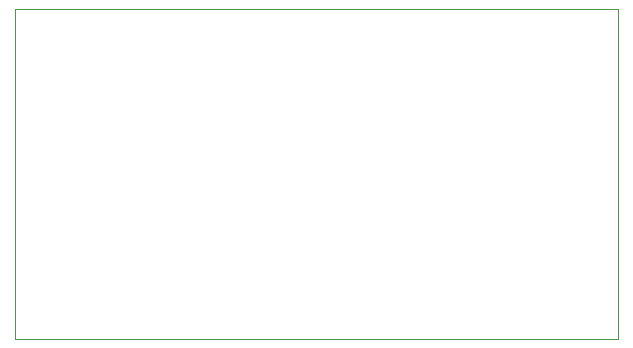
<source format=gbr>
G04 #@! TF.GenerationSoftware,KiCad,Pcbnew,5.1.5-1.fc31*
G04 #@! TF.CreationDate,2020-04-29T23:42:45+02:00*
G04 #@! TF.ProjectId,catbit,63617462-6974-42e6-9b69-6361645f7063,rev?*
G04 #@! TF.SameCoordinates,PX913e9e0PY7be1de0*
G04 #@! TF.FileFunction,Profile,NP*
%FSLAX46Y46*%
G04 Gerber Fmt 4.6, Leading zero omitted, Abs format (unit mm)*
G04 Created by KiCad (PCBNEW 5.1.5-1.fc31) date 2020-04-29 23:42:45*
%MOMM*%
%LPD*%
G04 APERTURE LIST*
%ADD10C,0.050000*%
G04 APERTURE END LIST*
D10*
X25500000Y6000000D02*
X-25500000Y6000000D01*
X25500000Y-22000000D02*
X25500000Y6000000D01*
X-25500000Y-22000000D02*
X25500000Y-22000000D01*
X-25500000Y6000000D02*
X-25500000Y-22000000D01*
M02*

</source>
